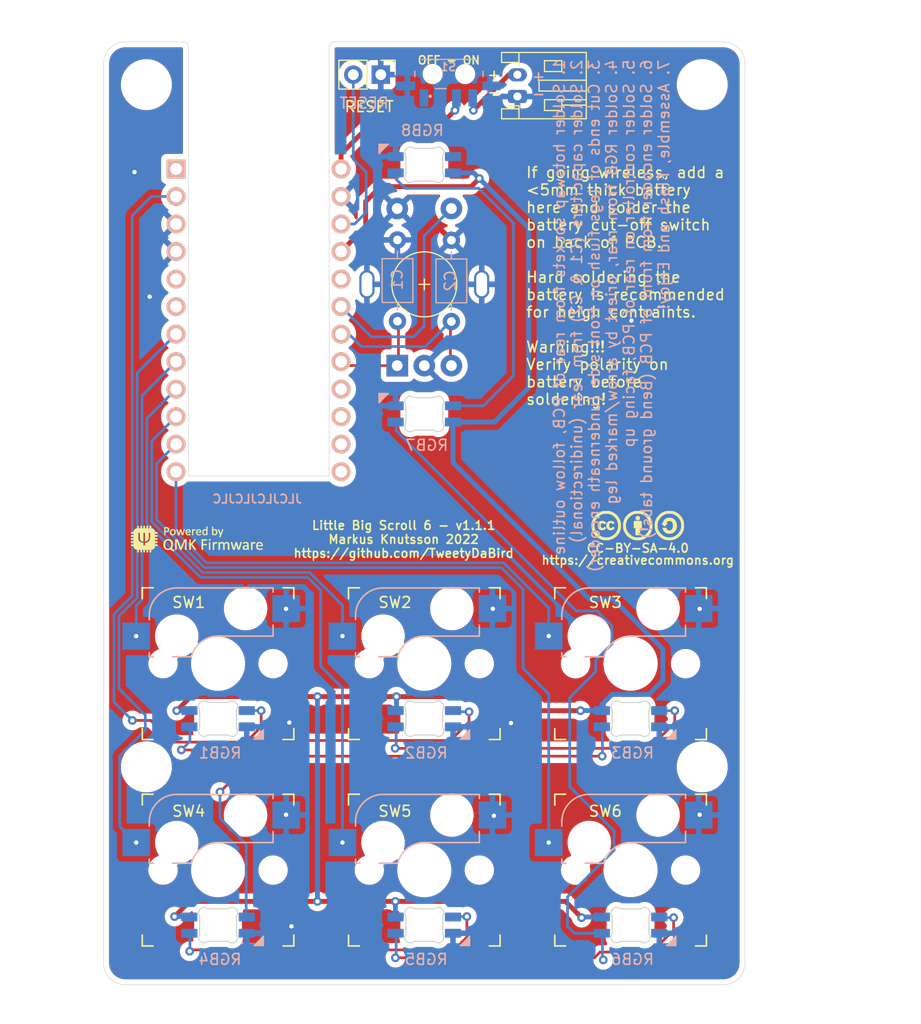
<source format=kicad_pcb>
(kicad_pcb (version 20211014) (generator pcbnew)
  (title_block (title "Little Big Scroll 6 - PCB") (date "2022-09-16") (rev "v1.1.1") (company "Tweety's Wild Thinking") (comment 1 "Markus Knutsson <markus.knutsson@tweety.se>") (comment 2 "https://github.com/TweetyDaBird") (comment 3 "Licensed under Creative Commons BY-SA 4.0 International "))
  (layers (0 "F.Cu" signal) (31 "B.Cu" signal) (34 "B.Paste" user) (35 "F.Paste" user) (36 "B.SilkS" user "B.Silkscreen") (37 "F.SilkS" user "F.Silkscreen") (38 "B.Mask" user) (39 "F.Mask" user) (44 "Edge.Cuts" user))
  (net 0 "")
  (net 1 "EncB")
  (net 2 "GND")
  (net 3 "VCC")
  (net 4 "EncA")
  (net 5 "RGB")
  (net 6 "Key1")
  (net 7 "Key2")
  (net 8 "Key3")
  (net 9 "Key4")
  (net 10 "Key5")
  (net 11 "Key6")
  (net 12 "EncKey")
  (net 21 "BAT+")
  (net 23 "/BAT++")
  (net 24 "Net-(RGB1-Pad2)")
  (net 25 "Net-(RGB2-Pad2)")
  (net 26 "Net-(RGB3-Pad2)")
  (net 27 "Net-(RGB5-Pad2)")
  (net 28 "Net-(RGB6-Pad2)")
  (net 30 "Net-(J1-Pad2)")
  (net 31 "Net-(RGB4-Pad2)")
  (net 32 "Net-(RGB7-Pad2)")
  (footprint "Common Library:ProMicro" (layer "F.Cu") (at 94.96 71.48 -90)
    (fp_text reference "U1" hide)
    (fp_text value "ProMicro" hide)
  )
  (footprint "Keyboard Switches & Encoders:SW_MX_HotSwap" (layer "F.Cu") (at 91.22 103.16)
    (fp_text reference "SW1")
    (fp_text value "SW_MX_HS" hide)
  )
  (footprint "Keyboard Switches & Encoders:SW_MX_HotSwap" (layer "F.Cu") (at 110.27 103.16)
    (fp_text reference "SW2")
    (fp_text value "SW_MX_HS" hide)
  )
  (footprint "Keyboard Switches & Encoders:SW_MX_HotSwap" (layer "F.Cu") (at 129.32 103.16)
    (fp_text reference "SW3")
    (fp_text value "SW_MX_HS" hide)
  )
  (footprint "Keyboard Switches & Encoders:SW_MX_HotSwap" (layer "F.Cu") (at 91.22 122.21)
    (fp_text reference "SW4")
    (fp_text value "SW_MX_HS" hide)
  )
  (footprint "Keyboard Switches & Encoders:SW_MX_HotSwap" (layer "F.Cu") (at 110.27 122.21)
    (fp_text reference "SW5")
    (fp_text value "SW_MX_HS" hide)
  )
  (footprint "Keyboard Switches & Encoders:SW_MX_HotSwap" (layer "F.Cu") (at 129.32 122.21)
    (fp_text reference "SW6")
    (fp_text value "SW_MX_HS" hide)
  )
  (footprint "Keyboard Encoders:Encoder_Alps_EC11E_Small" (layer "F.Cu") (at 110.27 68.16 90)
    (fp_text reference "ENC1" hide)
    (fp_text value "Rotary_Encoder_Click" hide)
  )
  (footprint "Keyboard Switches & Encoders:RGB_SK6812MINI-E" (layer "F.Cu") (at 91.22 103.16)
    (fp_text reference "RGB1")
    (fp_text value "SK6812MINI-E")
    (fp_line (start 1.699999 4.377157) (end 1.699999 5.782841) (layer "Edge.Cuts") (width 0.1))
    (fp_line (start -1.699999 5.782841) (end -1.699999 4.377157) (layer "Edge.Cuts") (width 0.1))
    (fp_line (start 0.794452 6.579999) (end -0.794452 6.579999) (layer "Edge.Cuts") (width 0.1))
    (fp_line (start -0.794452 3.58) (end 0.794453 3.58) (layer "Edge.Cuts") (width 0.1))
    (fp_arc (start 1.046711 3.511701) (mid 1.638071 3.575964) (end 1.749484 4.160279) (layer "Edge.Cuts") (width 0.1))
    (fp_arc (start 1.749484 5.999718) (mid 1.638072 6.584034) (end 1.046711 6.648298) (layer "Edge.Cuts") (width 0.1))
    (fp_arc (start -1.749484 4.160279) (mid -1.638071 3.575964) (end -1.046711 3.5117) (layer "Edge.Cuts") (width 0.1))
    (fp_arc (start 1.749484 5.999719) (mid 1.712517 5.89407) (end 1.699999 5.782841) (layer "Edge.Cuts") (width 0.1))
    (fp_arc (start -0.794453 3.579999) (mid -0.925123 3.562622) (end -1.046711 3.5117) (layer "Edge.Cuts") (width 0.1))
    (fp_arc (start -1.046711 6.648296) (mid -1.63807 6.584033) (end -1.749484 5.999719) (layer "Edge.Cuts") (width 0.1))
    (fp_arc (start -1.04671 6.648298) (mid -0.925122 6.597376) (end -0.794452 6.579999) (layer "Edge.Cuts") (width 0.1))
    (fp_arc (start 0.794452 6.579999) (mid 0.925123 6.597376) (end 1.046711 6.648298) (layer "Edge.Cuts") (width 0.1))
    (fp_arc (start -1.749484 4.160279) (mid -1.712527 4.265931) (end -1.699999 4.377157) (layer "Edge.Cuts") (width 0.1))
    (fp_arc (start 1.699999 4.377156) (mid 1.712525 4.26593) (end 1.749484 4.160279) (layer "Edge.Cuts") (width 0.1))
    (fp_arc (start -1.699999 5.782842) (mid -1.712527 5.894067) (end -1.749484 5.999719) (layer "Edge.Cuts") (width 0.1))
    (fp_arc (start 1.046711 3.511701) (mid 0.925123 3.562623) (end 0.794453 3.58) (layer "Edge.Cuts") (width 0.1))
  )
  (footprint "Keyboard Switches & Encoders:RGB_SK6812MINI-E" (layer "F.Cu") (at 110.27 103.16)
    (fp_text reference "RGB2")
    (fp_text value "SK6812MINI-E")
    (fp_line (start 1.699999 4.377157) (end 1.699999 5.782841) (layer "Edge.Cuts") (width 0.1))
    (fp_line (start -1.699999 5.782841) (end -1.699999 4.377157) (layer "Edge.Cuts") (width 0.1))
    (fp_line (start 0.794452 6.579999) (end -0.794452 6.579999) (layer "Edge.Cuts") (width 0.1))
    (fp_line (start -0.794452 3.58) (end 0.794453 3.58) (layer "Edge.Cuts") (width 0.1))
    (fp_arc (start 1.749484 5.999718) (mid 1.638072 6.584034) (end 1.046711 6.648298) (layer "Edge.Cuts") (width 0.1))
    (fp_arc (start 1.749484 5.999719) (mid 1.712517 5.89407) (end 1.699999 5.782841) (layer "Edge.Cuts") (width 0.1))
    (fp_arc (start 1.699999 4.377156) (mid 1.712525 4.26593) (end 1.749484 4.160279) (layer "Edge.Cuts") (width 0.1))
    (fp_arc (start -1.046711 6.648296) (mid -1.63807 6.584033) (end -1.749484 5.999719) (layer "Edge.Cuts") (width 0.1))
    (fp_arc (start -1.749484 4.160279) (mid -1.638071 3.575964) (end -1.046711 3.5117) (layer "Edge.Cuts") (width 0.1))
    (fp_arc (start 1.046711 3.511701) (mid 0.925123 3.562623) (end 0.794453 3.58) (layer "Edge.Cuts") (width 0.1))
    (fp_arc (start -0.794453 3.579999) (mid -0.925123 3.562622) (end -1.046711 3.5117) (layer "Edge.Cuts") (width 0.1))
    (fp_arc (start 1.046711 3.511701) (mid 1.638071 3.575964) (end 1.749484 4.160279) (layer "Edge.Cuts") (width 0.1))
    (fp_arc (start -1.699999 5.782842) (mid -1.712527 5.894067) (end -1.749484 5.999719) (layer "Edge.Cuts") (width 0.1))
    (fp_arc (start 0.794452 6.579999) (mid 0.925123 6.597376) (end 1.046711 6.648298) (layer "Edge.Cuts") (width 0.1))
    (fp_arc (start -1.749484 4.160279) (mid -1.712527 4.265931) (end -1.699999 4.377157) (layer "Edge.Cuts") (width 0.1))
    (fp_arc (start -1.04671 6.648298) (mid -0.925122 6.597376) (end -0.794452 6.579999) (layer "Edge.Cuts") (width 0.1))
  )
  (footprint "Keyboard Switches & Encoders:RGB_SK6812MINI-E" (layer "F.Cu") (at 129.32 103.16)
    (fp_text reference "RGB3")
    (fp_text value "SK6812MINI-E")
    (fp_line (start -1.699999 5.782841) (end -1.699999 4.377157) (layer "Edge.Cuts") (width 0.1))
    (fp_line (start -0.794452 3.58) (end 0.794453 3.58) (layer "Edge.Cuts") (width 0.1))
    (fp_line (start 1.699999 4.377157) (end 1.699999 5.782841) (layer "Edge.Cuts") (width 0.1))
    (fp_line (start 0.794452 6.579999) (end -0.794452 6.579999) (layer "Edge.Cuts") (width 0.1))
    (fp_arc (start -1.699999 5.782842) (mid -1.712527 5.894067) (end -1.749484 5.999719) (layer "Edge.Cuts") (width 0.1))
    (fp_arc (start 1.749484 5.999718) (mid 1.638072 6.584034) (end 1.046711 6.648298) (layer "Edge.Cuts") (width 0.1))
    (fp_arc (start 1.046711 3.511701) (mid 0.925123 3.562623) (end 0.794453 3.58) (layer "Edge.Cuts") (width 0.1))
    (fp_arc (start -1.046711 6.648296) (mid -1.63807 6.584033) (end -1.749484 5.999719) (layer "Edge.Cuts") (width 0.1))
    (fp_arc (start 1.699999 4.377156) (mid 1.712525 4.26593) (end 1.749484 4.160279) (layer "Edge.Cuts") (width 0.1))
    (fp_arc (start -1.04671 6.648298) (mid -0.925122 6.597376) (end -0.794452 6.579999) (layer "Edge.Cuts") (width 0.1))
    (fp_arc (start -1.749484 4.160279) (mid -1.638071 3.575964) (end -1.046711 3.5117) (layer "Edge.Cuts") (width 0.1))
    (fp_arc (start 0.794452 6.579999) (mid 0.925123 6.597376) (end 1.046711 6.648298) (layer "Edge.Cuts") (width 0.1))
    (fp_arc (start 1.046711 3.511701) (mid 1.638071 3.575964) (end 1.749484 4.160279) (layer "Edge.Cuts") (width 0.1))
    (fp_arc (start -0.794453 3.579999) (mid -0.925123 3.562622) (end -1.046711 3.5117) (layer "Edge.Cuts") (width 0.1))
    (fp_arc (start 1.749484 5.999719) (mid 1.712517 5.89407) (end 1.699999 5.782841) (layer "Edge.Cuts") (width 0.1))
    (fp_arc (start -1.749484 4.160279) (mid -1.712527 4.265931) (end -1.699999 4.377157) (layer "Edge.Cuts") (width 0.1))
  )
  (footprint "Keyboard Switches & Encoders:RGB_SK6812MINI-E" (layer "F.Cu") (at 91.22 122.21)
    (fp_text reference "RGB4")
    (fp_text value "SK6812MINI-E")
    (fp_line (start 1.699999 4.377157) (end 1.699999 5.782841) (layer "Edge.Cuts") (width 0.1))
    (fp_line (start 0.794452 6.579999) (end -0.794452 6.579999) (layer "Edge.Cuts") (width 0.1))
    (fp_line (start -1.699999 5.782841) (end -1.699999 4.377157) (layer "Edge.Cuts") (width 0.1))
    (fp_line (start -0.794452 3.58) (end 0.794453 3.58) (layer "Edge.Cuts") (width 0.1))
    (fp_arc (start -1.046711 6.648296) (mid -1.63807 6.584033) (end -1.749484 5.999719) (layer "Edge.Cuts") (width 0.1))
    (fp_arc (start 1.749484 5.999719) (mid 1.712517 5.89407) (end 1.699999 5.782841) (layer "Edge.Cuts") (width 0.1))
    (fp_arc (start -1.749484 4.160279) (mid -1.638071 3.575964) (end -1.046711 3.5117) (layer "Edge.Cuts") (width 0.1))
    (fp_arc (start 1.046711 3.511701) (mid 0.925123 3.562623) (end 0.794453 3.58) (layer "Edge.Cuts") (width 0.1))
    (fp_arc (start 0.794452 6.579999) (mid 0.925123 6.597376) (end 1.046711 6.648298) (layer "Edge.Cuts") (width 0.1))
    (fp_arc (start 1.046711 3.511701) (mid 1.638071 3.575964) (end 1.749484 4.160279) (layer "Edge.Cuts") (width 0.1))
    (fp_arc (start -0.794453 3.579999) (mid -0.925123 3.562622) (end -1.046711 3.5117) (layer "Edge.Cuts") (width 0.1))
    (fp_arc (start 1.699999 4.377156) (mid 1.712525 4.26593) (end 1.749484 4.160279) (layer "Edge.Cuts") (width 0.1))
    (fp_arc (start -1.699999 5.782842) (mid -1.712527 5.894067) (end -1.749484 5.999719) (layer "Edge.Cuts") (width 0.1))
    (fp_arc (start 1.749484 5.999718) (mid 1.638072 6.584034) (end 1.046711 6.648298) (layer "Edge.Cuts") (width 0.1))
    (fp_arc (start -1.04671 6.648298) (mid -0.925122 6.597376) (end -0.794452 6.579999) (layer "Edge.Cuts") (width 0.1))
    (fp_arc (start -1.749484 4.160279) (mid -1.712527 4.265931) (end -1.699999 4.377157) (layer "Edge.Cuts") (width 0.1))
  )
  (footprint "Keyboard Switches & Encoders:RGB_SK6812MINI-E" (layer "F.Cu") (at 110.27 122.21)
    (fp_text reference "RGB5")
    (fp_text value "SK6812MINI-E")
    (fp_line (start 0.794452 6.579999) (end -0.794452 6.579999) (layer "Edge.Cuts") (width 0.1))
    (fp_line (start -1.699999 5.782841) (end -1.699999 4.377157) (layer "Edge.Cuts") (width 0.1))
    (fp_line (start 1.699999 4.377157) (end 1.699999 5.782841) (layer "Edge.Cuts") (width 0.1))
    (fp_line (start -0.794452 3.58) (end 0.794453 3.58) (layer "Edge.Cuts") (width 0.1))
    (fp_arc (start 0.794452 6.579999) (mid 0.925123 6.597376) (end 1.046711 6.648298) (layer "Edge.Cuts") (width 0.1))
    (fp_arc (start -0.794453 3.579999) (mid -0.925123 3.562622) (end -1.046711 3.5117) (layer "Edge.Cuts") (width 0.1))
    (fp_arc (start 1.699999 4.377156) (mid 1.712525 4.26593) (end 1.749484 4.160279) (layer "Edge.Cuts") (width 0.1))
    (fp_arc (start -1.749484 4.160279) (mid -1.638071 3.575964) (end -1.046711 3.5117) (layer "Edge.Cuts") (width 0.1))
    (fp_arc (start 1.046711 3.511701) (mid 0.925123 3.562623) (end 0.794453 3.58) (layer "Edge.Cuts") (width 0.1))
    (fp_arc (start -1.699999 5.782842) (mid -1.712527 5.894067) (end -1.749484 5.999719) (layer "Edge.Cuts") (width 0.1))
    (fp_arc (start -1.749484 4.160279) (mid -1.712527 4.265931) (end -1.699999 4.377157) (layer "Edge.Cuts") (width 0.1))
    (fp_arc (start -1.04671 6.648298) (mid -0.925122 6.597376) (end -0.794452 6.579999) (layer "Edge.Cuts") (width 0.1))
    (fp_arc (start -1.046711 6.648296) (mid -1.63807 6.584033) (end -1.749484 5.999719) (layer "Edge.Cuts") (width 0.1))
    (fp_arc (start 1.749484 5.999718) (mid 1.638072 6.584034) (end 1.046711 6.648298) (layer "Edge.Cuts") (width 0.1))
    (fp_arc (start 1.749484 5.999719) (mid 1.712517 5.89407) (end 1.699999 5.782841) (layer "Edge.Cuts") (width 0.1))
    (fp_arc (start 1.046711 3.511701) (mid 1.638071 3.575964) (end 1.749484 4.160279) (layer "Edge.Cuts") (width 0.1))
  )
  (footprint "Keyboard Switches & Encoders:RGB_SK6812MINI-E" (layer "F.Cu") (at 129.32 122.21)
    (fp_text reference "RGB6")
    (fp_text value "SK6812MINI-E")
    (fp_line (start -1.699999 5.782841) (end -1.699999 4.377157) (layer "Edge.Cuts") (width 0.1))
    (fp_line (start 1.699999 4.377157) (end 1.699999 5.782841) (layer "Edge.Cuts") (width 0.1))
    (fp_line (start -0.794452 3.58) (end 0.794453 3.58) (layer "Edge.Cuts") (width 0.1))
    (fp_line (start 0.794452 6.579999) (end -0.794452 6.579999) (layer "Edge.Cuts") (width 0.1))
    (fp_arc (start -1.749484 4.160279) (mid -1.712527 4.265931) (end -1.699999 4.377157) (layer "Edge.Cuts") (width 0.1))
    (fp_arc (start 1.046711 3.511701) (mid 0.925123 3.562623) (end 0.794453 3.58) (layer "Edge.Cuts") (width 0.1))
    (fp_arc (start -0.794453 3.579999) (mid -0.925123 3.562622) (end -1.046711 3.5117) (layer "Edge.Cuts") (width 0.1))
    (fp_arc (start -1.04671 6.648298) (mid -0.925122 6.597376) (end -0.794452 6.579999) (layer "Edge.Cuts") (width 0.1))
    (fp_arc (start 1.046711 3.511701) (mid 1.638071 3.575964) (end 1.749484 4.160279) (layer "Edge.Cuts") (width 0.1))
    (fp_arc (start -1.699999 5.782842) (mid -1.712527 5.894067) (end -1.749484 5.999719) (layer "Edge.Cuts") (width 0.1))
    (fp_arc (start -1.749484 4.160279) (mid -1.638071 3.575964) (end -1.046711 3.5117) (layer "Edge.Cuts") (width 0.1))
    (fp_arc (start 1.749484 5.999719) (mid 1.712517 5.89407) (end 1.699999 5.782841) (layer "Edge.Cuts") (width 0.1))
    (fp_arc (start 1.699999 4.377156) (mid 1.712525 4.26593) (end 1.749484 4.160279) (layer "Edge.Cuts") (width 0.1))
    (fp_arc (start 0.794452 6.579999) (mid 0.925123 6.597376) (end 1.046711 6.648298) (layer "Edge.Cuts") (width 0.1))
    (fp_arc (start 1.749484 5.999718) (mid 1.638072 6.584034) (end 1.046711 6.648298) (layer "Edge.Cuts") (width 0.1))
    (fp_arc (start -1.046711 6.648296) (mid -1.63807 6.584033) (end -1.749484 5.999719) (layer "Edge.Cuts") (width 0.1))
  )
  (footprint "Keyboard Switches & Encoders:RGB_SK6812MINI-E" (layer "F.Cu") (at 110.27 62.2 180)
    (fp_text reference "RGB8")
    (fp_text value "SK6812MINI-E")
    (fp_line (start 1.699999 4.377157) (end 1.699999 5.782841) (layer "Edge.Cuts") (width 0.1))
    (fp_line (start -0.794452 3.58) (end 0.794453 3.58) (layer "Edge.Cuts") (width 0.1))
    (fp_line (start 0.794452 6.579999) (end -0.794452 6.579999) (layer "Edge.Cuts") (width 0.1))
    (fp_line (start -1.699999 5.782841) (end -1.699999 4.377157) (layer "Edge.Cuts") (width 0.1))
    (fp_arc (start 0.794452 6.579999) (mid 0.925123 6.597376) (end 1.046711 6.648298) (layer "Edge.Cuts") (width 0.1))
    (fp_arc (start 1.749484 5.999719) (mid 1.712517 5.89407) (end 1.699999 5.782841) (layer "Edge.Cuts") (width 0.1))
    (fp_arc (start 1.699999 4.377156) (mid 1.712525 4.26593) (end 1.749484 4.160279) (layer "Edge.Cuts") (width 0.1))
    (fp_arc (start 1.749484 5.999718) (mid 1.638072 6.584034) (end 1.046711 6.648298) (layer "Edge.Cuts") (width 0.1))
    (fp_arc (start -0.794453 3.579999) (mid -0.925123 3.562622) (end -1.046711 3.5117) (layer "Edge.Cuts") (width 0.1))
    (fp_arc (start -1.699999 5.782842) (mid -1.712527 5.894067) (end -1.749484 5.999719) (layer "Edge.Cuts") (width 0.1))
    (fp_arc (start 1.046711 3.511701) (mid 1.638071 3.575964) (end 1.749484 4.160279) (layer "Edge.Cuts") (width 0.1))
    (fp_arc (start -1.749484 4.160279) (mid -1.638071 3.575964) (end -1.046711 3.5117) (layer "Edge.Cuts") (width 0.1))
    (fp_arc (start 1.046711 3.511701) (mid 0.925123 3.562623) (end 0.794453 3.58) (layer "Edge.Cuts") (width 0.1))
    (fp_arc (start -1.04671 6.648298) (mid -0.925122 6.597376) (end -0.794452 6.579999) (layer "Edge.Cuts") (width 0.1))
    (fp_arc (start -1.046711 6.648296) (mid -1.63807 6.584033) (end -1.749484 5.999719) (layer "Edge.Cuts") (width 0.1))
    (fp_arc (start -1.749484 4.160279) (mid -1.712527 4.265931) (end -1.699999 4.377157) (layer "Edge.Cuts") (width 0.1))
  )
  (footprint "Keyboard Switches & Encoders:RGB_SK6812MINI-E" (layer "F.Cu") (at 110.27 85.195 180)
    (fp_text reference "RGB7")
    (fp_text value "SK6812MINI-E")
    (fp_line (start -1.699999 5.782841) (end -1.699999 4.377157) (layer "Edge.Cuts") (width 0.1))
    (fp_line (start 0.794452 6.579999) (end -0.794452 6.579999) (layer "Edge.Cuts") (width 0.1))
    (fp_line (start -0.794452 3.58) (end 0.794453 3.58) (layer "Edge.Cuts") (width 0.1))
    (fp_line (start 1.699999 4.377157) (end 1.699999 5.782841) (layer "Edge.Cuts") (width 0.1))
    (fp_arc (start -1.699999 5.782842) (mid -1.712527 5.894067) (end -1.749484 5.999719) (layer "Edge.Cuts") (width 0.1))
    (fp_arc (start -1.046711 6.648296) (mid -1.63807 6.584033) (end -1.749484 5.999719) (layer "Edge.Cuts") (width 0.1))
    (fp_arc (start 1.046711 3.511701) (mid 1.638071 3.575964) (end 1.749484 4.160279) (layer "Edge.Cuts") (width 0.1))
    (fp_arc (start 1.699999 4.377156) (mid 1.712525 4.26593) (end 1.749484 4.160279) (layer "Edge.Cuts") (width 0.1))
    (fp_arc (start -1.749484 4.160279) (mid -1.638071 3.575964) (end -1.046711 3.5117) (layer "Edge.Cuts") (width 0.1))
    (fp_arc (start 1.749484 5.999718) (mid 1.638072 6.584034) (end 1.046711 6.648298) (layer "Edge.Cuts") (width 0.1))
    (fp_arc (start 1.749484 5.999719) (mid 1.712517 5.89407) (end 1.699999 5.782841) (layer "Edge.Cuts") (width 0.1))
    (fp_arc (start 1.046711 3.511701) (mid 0.925123 3.562623) (end 0.794453 3.58) (layer "Edge.Cuts") (width 0.1))
    (fp_arc (start -1.749484 4.160279) (mid -1.712527 4.265931) (end -1.699999 4.377157) (layer "Edge.Cuts") (width 0.1))
    (fp_arc (start 0.794452 6.579999) (mid 0.925123 6.597376) (end 1.046711 6.648298) (layer "Edge.Cuts") (width 0.1))
    (fp_arc (start -0.794453 3.579999) (mid -0.925123 3.562622) (end -1.046711 3.5117) (layer "Edge.Cuts") (width 0.1))
    (fp_arc (start -1.04671 6.648298) (mid -0.925122 6.597376) (end -0.794452 6.579999) (layer "Edge.Cuts") (width 0.1))
  )
  (footprint "Keyboard Common:Spacer PCB hole" (layer "F.Cu") (at 84.6 112.685)
    (fp_text reference "H1" hide)
    (fp_text value "Spacer_PCB" hide)
  )
  (footprint "Keyboard Common:Spacer PCB hole" (layer "F.Cu") (at 135.94 112.685)
    (fp_text reference "H2" hide)
    (fp_text value "Spacer_PCB" hide)
  )
  (footprint "Keyboard Common:Spacer PCB hole" (layer "F.Cu") (at 135.94 49.73)
    (fp_text reference "H3" hide)
    (fp_text value "Spacer_PCB" hide)
  )
  (footprint "Keyboard Common:Spacer PCB hole" (layer "F.Cu") (at 84.6 49.73)
    (fp_text reference "H4" hide)
    (fp_text value "Spacer_PCB" hide)
  )
  (footprint "Connector_PinHeader_2.54mm:PinHeader_1x02_P2.54mm_Vertical" (layer "F.Cu") (at 106.25 48.81 -90)
    (fp_text reference "J1" hide)
    (fp_text value "Conn_01x02")
  )
  (footprint "Connector_JST:JST_PH_S2B-PH-K_1x02_P2.00mm_Horizontal" (layer "F.Cu") (at 118.87 50.82 90)
    (fp_text reference "J2" hide)
    (fp_text value "Conn_01x02")
  )
  (footprint "Logotypes:Powered_by_QMK" (layer "F.Cu") (at 89.29 91.65)
    (fp_text reference "Logo2" hide)
    (fp_text value "QMK_Logo" hide)
  )
  (footprint "Logotypes:CC_BY_SA_40" (layer "F.Cu") (at 130.026958 91.345945)
    (fp_text reference "Logo1" hide)
    (fp_text value "CC-BY-SA-4.0")
  )
  (footprint "Capacitor_THT:C_Axial_L3.8mm_D2.6mm_P7.50mm_Horizontal" (layer "B.Cu") (at 112.77 64.09 -90)
    (fp_text reference "C2")
    (fp_text value "C_Small")
  )
  (footprint "Capacitor_THT:C_Axial_L3.8mm_D2.6mm_P7.50mm_Horizontal" (layer "B.Cu") (at 107.79 71.56 90)
    (fp_text reference "C1")
    (fp_text value "C_Small")
  )
  (footprint "Keyboard Common:MSK12C02" (layer "B.Cu") (at 112.54 48.75)
    (fp_text reference "S1")
    (fp_text value "MSK12C02" hide)
  )
  (gr_arc (start 80.65 47.780399) (mid 81.235903 46.365903) (end 82.650399 45.78) (layer "Edge.Cuts") (width 0.05))
  (gr_arc (start 82.650399 132.790399) (mid 81.235903 132.204496) (end 80.65 130.79) (layer "Edge.Cuts") (width 0.05))
  (gr_arc (start 137.89 45.78) (mid 139.304496 46.365903) (end 139.890399 47.780399) (layer "Edge.Cuts") (width 0.05))
  (gr_line (start 101.485 85.85) (end 101.485 46.28) (layer "Edge.Cuts") (width 0.05))
  (gr_line (start 139.890399 47.780399) (end 139.89 130.789601) (layer "Edge.Cuts") (width 0.05))
  (gr_line (start 101.985 45.78) (end 137.89 45.78) (layer "Edge.Cuts") (width 0.05))
  (gr_line (start 80.65 130.79) (end 80.65 47.800399) (layer "Edge.Cuts") (width 0.05))
  (gr_arc (start 139.89 130.789601) (mid 139.304097 132.204097) (end 137.889601 132.79) (layer "Edge.Cuts") (width 0.05))
  (gr_arc (start 87.985 45.78) (mid 88.338553 45.926447) (end 88.485 46.28) (layer "Edge.Cuts") (width 0.05))
  (gr_arc (start 101.485 46.28) (mid 101.631447 45.926447) (end 101.985 45.78) (layer "Edge.Cuts") (width 0.05))
  (gr_line (start 88.485 46.28) (end 88.485 85.85) (layer "Edge.Cuts") (width 0.05))
  (gr_line (start 88.485 85.85) (end 101.485 85.85) (layer "Edge.Cuts") (width 0.05))
  (gr_line (start 82.650399 45.78) (end 87.985 45.78) (layer "Edge.Cuts") (width 0.05))
  (gr_line (start 137.889601 132.79) (end 82.650399 132.790399) (layer "Edge.Cuts") (width 0.05))
  (gr_text "RESET" (at 104.71 51.44) (layer "B.SilkS") (effects (font (size 1 1)) (justify mirror)))
  (gr_text "+\n-" (at 120.82 49.77) (layer "B.SilkS") (effects (font (size 1 1)) (justify mirror)))
  (gr_text "1. Solder hotswap sockets from rear of PCB, follow outline\n2. Solder capacitors (C1 & C2) from rear (unidirectional)\n3. Cut ends of legs flush on front side (underneath encoder)\n4. Solder RGB from rear, orient by arrow/marked leg \n5. Solder controller on rear of PCB, facing up\n6. Solder encoder from front of PCB (Bend ground tabs!)\n7. Assemble, Flash and Enjoy!" (at 127.57 47.33 90) (layer "B.SilkS") (effects (font (size 1 1)) (justify left mirror)))
  (gr_text "JLCJLCJLCJLC" (at 94.83 87.96) (layer "B.SilkS") (effects (font (size 0.8 0.8)) (justify mirror)))
  (gr_text "If going wireless, add a \n<5mm thick battery\nhere and solder the \nbattery cut-off switch\non back of PCB. \n\nHard soldering the\nbattery is recommended\nfor heigh contraints.\n\nWarning!!!\nVerify polarity on \nbattery before \nsoldering!" (at 119.59 68.3) (layer "F.SilkS") (effects (font (size 1 1)) (justify left)))
  (gr_text "RESET" (at 105.18 51.76) (layer "F.SilkS") (effects (font (size 1 1))))
  (gr_text "Little Big Scroll 6 - v1.1.1\nMarkus Knutsson 2022\nhttps://github.com/TweetyDaBird" (at 108.361388 91.69) (layer "F.SilkS") (effects (font (size 0.8 0.8))))
  (gr_text "+\n-" (at 116.72 49.61) (layer "F.SilkS") (effects (font (size 1 1))))
  (segment (start 112.68 75.57) (end 112.77 75.66) (width 0.25) (layer "F.Cu") (net 1))
  (segment (start 112.77 71.59) (end 112.68 71.68) (width 0.25) (layer "F.Cu") (net 1))
  (segment (start 112.68 71.68) (end 112.68 75.57) (width 0.25) (layer "F.Cu") (net 1))
  (segment (start 112.77 71.59) (end 112.68 71.59) (width 0.25) (layer "B.Cu") (net 1))
  (segment (start 103.31 72.75) (end 102.58 72.75) (width 0.25) (layer "B.Cu") (net 1))
  (segment (start 104.46 73.9) (end 103.31 72.75) (width 0.25) (layer "B.Cu") (net 1))
  (segment (start 112.68 71.59) (end 110.37 73.9) (width 0.25) (layer "B.Cu") (net 1))
  (segment (start 110.37 73.9) (end 104.46 73.9) (width 0.25) (layer "B.Cu") (net 1))
  (via (at 98 127.4) (size 0.8) (drill 0.4) (layers "F.Cu" "B.Cu") (net 2))
  (via (at 118.2755 108.643082) (size 0.8) (drill 0.4) (layers "F.Cu" "B.Cu") (net 2))
  (via (at 129.4 71.5) (size 0.8) (drill 0.4) (layers "F.Cu" "B.Cu") (net 2))
  (via (at 84.9 69.3) (size 0.8) (drill 0.4) (layers "F.Cu" "B.Cu") (net 2))
  (via (at 116.6 98.1) (size 0.8) (drill 0.4) (layers "F.Cu" "B.Cu") (net 2))
  (via (at 97.5 117.1) (size 0.8) (drill 0.4) (layers "F.Cu" "B.Cu") (net 2))
  (via (at 116.7 117.2) (size 0.8) (drill 0.4) (layers "F.Cu" "B.Cu") (net 2))
  (via (at 135.7 98.1) (size 0.8) (drill 0.4) (layers "F.Cu" "B.Cu") (net 2))
  (via (at 97.5 98.1) (size 0.8) (drill 0.4) (layers "F.Cu" "B.Cu") (net 2))
  (via (at 97.8 108.6) (size 0.8) (drill 0.4) (layers "F.Cu" "B.Cu") (net 2))
  (via (at 135.7 117.1) (size 0.8) (drill 0.4) (layers "F.Cu" "B.Cu") (net 2))
  (via (at 83.5 57.8) (size 0.8) (drill 0.4) (layers "F.Cu" "B.Cu") (net 2))
  (segment (start 100.4 125.1) (end 107.6 125.1) (width 0.45) (layer "F.Cu") (net 3))
  (segment (start 88.7 106.2) (end 100.4 106.2) (width 0.45) (layer "F.Cu") (net 3))
  (segment (start 104.85 62.86) (end 104.85 60.52) (width 0.45) (layer "F.Cu") (net 3))
  (segment (start 123.3 125.1) (end 124.8 126.6) (width 0.45) (layer "F.Cu") (net 3))
  (segment (start 114.6 59.14) (end 115.35 58.39) (width 0.45) (layer "F.Cu") (net 3))
  (segment (start 87.4 107.5) (end 88.7 106.2) (width 0.45) (layer "F.Cu") (net 3))
  (segment (start 124.7 107.5) (end 121 107.5) (width 0.45) (layer "F.Cu") (net 3))
  (segment (start 104.85 60.52) (end 106.23 59.14) (width 0.45) (layer "F.Cu") (net 3))
  (segment (start 107.7 106.2) (end 100.4 106.2) (width 0.45) (layer "F.Cu") (net 3))
  (segment (start 119.7 106.2) (end 107.7 106.2) (width 0.45) (layer "F.Cu") (net 3))
  (segment (start 106.23 59.14) (end 114.6 59.14) (width 0.45) (layer "F.Cu") (net 3))
  (segment (start 121 107.5) (end 119.7 106.2) (width 0.45) (layer "F.Cu") (net 3))
  (segment (start 102.58 65.13) (end 104.85 62.86) (width 0.45) (layer "F.Cu") (net 3))
  (segment (start 88.6 125.1) (end 87.2 126.5) (width 0.45) (layer "F.Cu") (net 3))
  (segment (start 107.6 125.1) (end 123.3 125.1) (width 0.45) (layer "F.Cu") (net 3))
  (segment (start 100.4 125.1) (end 88.6 125.1) (width 0.45) (layer "F.Cu") (net 3))
  (via (at 100.4 106.2) (size 0.8) (drill 0.4) (layers "F.Cu" "B.Cu") (net 3))
  (via (at 107.7 106.2) (size 0.8) (drill 0.4) (layers "F.Cu" "B.Cu") (net 3))
  (via (at 107.6 125.1) (size 0.8) (drill 0.4) (layers "F.Cu" "B.Cu") (net 3))
  (via (at 124.7 107.5) (size 0.8) (drill 0.4) (layers "F.Cu" "B.Cu") (net 3))
  (via (at 87.4 107.5) (size 0.8) (drill 0.4) (layers "F.Cu" "B.Cu") (net 3))
  (via (at 87.2 126.5) (size 0.8) (drill 0.4) (layers "F.Cu" "B.Cu") (net 3))
  (via (at 100.4 125.1) (size 0.8) (drill 0.4) (layers "F.Cu" "B.Cu") (net 3))
  (via (at 115.35 58.39) (size 0.8) (drill 0.4) (layers "F.Cu" "B.Cu") (net 3))
  (via (at 124.8 126.6) (size 0.8) (drill 0.4) (layers "F.Cu" "B.Cu") (net 3))
  (segment (start 114.830001 57.870001) (end 115.35 58.39) (width 0.45) (layer "B.Cu") (net 3))
  (segment (start 124.710001 107.489999) (end 124.7 107.5) (width 0.45) (layer "B.Cu") (net 3))
  (segment (start 132.3 104.7) (end 131 106) (width 0.45) (layer "B.Cu") (net 3))
  (segment (start 112.87 57.870001) (end 114.830001 57.870001) (width 0.45) (layer "B.Cu") (net 3))
  (segment (start 107.7 107.459999) (end 107.67 107.489999) (width 0.45) (layer "B.Cu") (net 3))
  (segment (start 107.6 126.469999) (end 107.67 126.539999) (width 0.45) (layer "B.Cu") (net 3))
  (segment (start 124.860001 126.539999) (end 124.8 126.6) (width 0.45) (layer "B.Cu") (net 3))
  (segment (start 127.6 106) (end 126.67 106.93) (width 0.45) (layer "B.Cu") (net 3))
  (segment (start 125.5181 97.2) (end 127.7 97.2) (width 0.45) (layer "B.Cu") (net 3))
  (segment (start 126.67 106.93) (end 126.67 107.489999) (width 0.45) (layer "B.Cu") (net 3))
  (segment (start 87.410001 107.489999) (end 87.4 107.5) (width 0.45) (layer "B.Cu") (net 3))
  (segment (start 87.2 126.5) (end 88.580001 126.5) (width 0.45) (layer "B.Cu") (net 3))
  (segment (start 107.7 106.2) (end 107.7 107.459999) (width 0.45) (layer "B.Cu") (net 3))
  (segment (start 132.3 101.8) (end 132.3 104.7) (width 0.45) (layer "B.Cu") (net 3))
  (segment (start 126.72 126.539999) (end 124.860001 126.539999) (width 0.45) (layer "B.Cu") (net 3))
  (segment (start 119.9 62.94) (end 115.35 58.39) (width 0.45) (layer "B.Cu") (net 3))
  (segment (start 112.92 84.6019) (end 125.5181 97.2) (width 0.45) (layer "B.Cu") (net 3))
  (segment (start 131 106) (end 127.6 106) (width 0.45) (layer "B.Cu") (net 3))
  (segment (start 100.4 125.1) (end 100.4 106.2) (width 0.45) (layer "B.Cu") (net 3))
  (segment (start 126.72 107.489999) (end 124.710001 107.489999) (width 0.45) (layer "B.Cu") (net 3))
  (segment (start 112.92 80.865001) (end 116.734999 80.865001) (width 0.45) (layer "B.Cu") (net 3))
  (segment (start 119.9 77.7) (end 119.9 62.94) (width 0.45) (layer "B.Cu") (net 3))
  (segment (start 116.734999 80.865001) (end 119.9 77.7) (width 0.45) (layer "B.Cu") (net 3))
  (segment (start 112.92 80.865001) (end 112.92 84.6019) (width 0.45) (layer "B.Cu") (net 3))
  (segment (start 107.6 125.1) (end 107.6 126.469999) (width 0.45) (layer "B.Cu") (net 3))
  (segment (start 88.62 107.489999) (end 87.410001 107.489999) (width 0.45) (layer "B.Cu") (net 3))
  (segment (start 127.7 97.2) (end 132.3 101.8) (width 0.45) (layer "B.Cu") (net 3))
  (segment (start 107.79 71.56) (end 107.88 71.65) (width 0.25) (layer "F.Cu") (net 4))
  (segment (start 107.88 71.65) (end 107.88 75.55) (width 0.25) (layer "F.Cu") (net 4))
  (segment (start 105.57 75.65) (end 102.94 75.65) (width 0.25) (layer "F.Cu") (net 4))
  (segment (start 102.94 75.65) (end 102.58 75.29) (width 0.25) (layer "F.Cu") (net 4))
  (segment (start 107.77 75.66) (end 105.58 75.66) (width 0.25) (layer "F.Cu") (net 4))
  (segment (start 107.88 75.55) (end 107.77 75.66) (width 0.25) (layer "F.Cu") (net 4))
  (segment (start 105.58 75.66) (end 105.57 75.65) (width 0.25) (layer "F.Cu") (net 4))
  (segment (start 95.2 107.5) (end 95.2 109) (width 0.25) (layer "F.Cu") (net 5))
  (segment (start 93.8 110.4) (end 87 110.4) (width 0.25) (layer "F.Cu") (net 5))
  (segment (start 85 108.4) (end 83.3 108.4) (width 0.25) (layer "F.Cu") (net 5))
  (segment (start 95.2 109) (end 93.8 110.4) (width 0.25) (layer "F.Cu") (net 5))
  (segment (start 87 110.4) (end 85 108.4) (width 0.25) (layer "F.Cu") (net 5))
  (via (at 83.3 108.4) (size 0.8) (drill 0.4) (layers "F.Cu" "B.Cu") (net 5))
  (via (at 95.2 107.5) (size 0.8) (drill 0.4) (layers "F.Cu" "B.Cu") (net 5))
  (segment (start 83.3 61.8102) (end 85.0602 60.05) (width 0.25) (layer "B.Cu") (net 5))
  (segment (start 93.82 107.489999) (end 95.189999 107.489999) (width 0.25) (layer "B.Cu") (net 5))
  (segment (start 83.3 96.9) (end 83.3 61.8102) (width 0.25) (layer "B.Cu") (net 5))
  (segment (start 81.610978 106.710978) (end 81.610978 98.589022) (width 0.25) (layer "B.Cu") (net 5))
  (segment (start 81.610978 98.589022) (end 83.3 96.9) (width 0.25) (layer "B.Cu") (net 5))
  (segment (start 85.0602 60.05) (end 87.34 60.05) (width 0.25) (layer "B.Cu") (net 5))
  (segment (start 83.3 108.4) (end 81.610978 106.710978) (width 0.25) (layer "B.Cu") (net 5))
  (segment (start 95.189999 107.489999) (end 95.2 107.5) (width 0.25) (layer "B.Cu") (net 5))
  (via (at 83.66 100.62) (size 0.8) (drill 0.4) (layers "F.Cu" "B.Cu") (net 6))
  (segment (start 84.199021 78.430979) (end 87.34 75.29) (width 0.25) (layer "B.Cu") (net 6))
  (segment (start 83.66 100.62) (end 83.66 97.811408) (width 0.25) (layer "B.Cu") (net 6))
  (segment (start 83.66 97.811408) (end 84.199021 97.272387) (width 0.25) (layer "B.Cu") (net 6))
  (segment (start 84.199021 97.272387) (end 84.199021 78.430979) (width 0.25) (layer "B.Cu") (net 6))
  (via (at 102.71 100.62) (size 0.8) (drill 0.4) (layers "F.Cu" "B.Cu") (net 7))
  (segment (start 89.779081 94.750489) (end 85.098043 90.069451) (width 0.25) (layer "B.Cu") (net 7))
  (segment (start 85.098043 82.611957) (end 87.34 80.37) (width 0.25) (layer "B.Cu") (net 7))
  (segment (start 99.686193 94.750489) (end 89.779081 94.750489) (width 0.25) (layer "B.Cu") (net 7))
  (segment (start 102.71 100.62) (end 102.71 97.774296) (width 0.25) (layer "B.Cu") (net 7))
  (segment (start 102.71 97.774296) (end 99.686193 94.750489) (width 0.25) (layer "B.Cu") (net 7))
  (segment (start 85.098043 90.069451) (end 85.098043 82.611957) (width 0.25) (layer "B.Cu") (net 7))
  (via (at 121.76 100.62) (size 0.8) (drill 0.4) (layers "F.Cu" "B.Cu") (net 8))
  (segment (start 121.76 98.024296) (end 121.76 100.62) (width 0.25) (layer "B.Cu") (net 8))
  (segment (start 117.587172 93.851468) (end 121.76 98.024296) (width 0.25) (layer "B.Cu") (net 8))
  (segment (start 87.34 91.04) (end 90.151468 93.851468) (width 0.25) (layer "B.Cu") (net 8))
  (segment (start 90.151468 93.851468) (end 117.587172 93.851468) (width 0.25) (layer "B.Cu") (net 8))
  (segment (start 87.34 85.45) (end 87.34 91.04) (width 0.25) (layer "B.Cu") (net 8))
  (via (at 83.66 119.67) (size 0.8) (drill 0.4) (layers "F.Cu" "B.Cu") (net 9))
  (segment (start 84.5 109.3) (end 82.135 111.665) (width 0.25) (layer "B.Cu") (net 9))
  (segment (start 83.635 119.67) (end 83.66 119.67) (width 0.25) (layer "B.Cu") (net 9))
  (segment (start 82.135 118.17) (end 83.635 119.67) (width 0.25) (layer "B.Cu") (net 9))
  (segment (start 84.5 107.9) (end 84.5 109.3) (width 0.25) (layer "B.Cu") (net 9))
  (segment (start 82.060489 105.460489) (end 84.5 107.9) (width 0.25) (layer "B.Cu") (net 9))
  (segment (start 83.74951 76.34049) (end 83.74951 97.086194) (width 0.25) (layer "B.Cu") (net 9))
  (segment (start 82.060489 98.775215) (end 82.060489 105.460489) (width 0.25) (layer "B.Cu") (net 9))
  (segment (start 87.34 72.75) (end 83.74951 76.34049) (width 0.25) (layer "B.Cu") (net 9))
  (segment (start 82.135 111.665) (end 82.135 118.17) (width 0.25) (layer "B.Cu") (net 9))
  (segment (start 83.74951 97.086194) (end 82.060489 98.775215) (width 0.25) (layer "B.Cu") (net 9))
  (via (at 102.71 119.67) (size 0.8) (drill 0.4) (layers "F.Cu" "B.Cu") (net 10))
  (segment (start 100.7 96.4) (end 100.7 103.4) (width 0.25) (layer "B.Cu") (net 10))
  (segment (start 102.71 105.41) (end 102.71 119.67) (width 0.25) (layer "B.Cu") (net 10))
  (segment (start 99.5 95.2) (end 100.7 96.4) (width 0.25) (layer "B.Cu") (net 10))
  (segment (start 84.648532 80.521468) (end 84.648532 90.255644) (width 0.25) (layer "B.Cu") (net 10))
  (segment (start 84.648532 90.255644) (end 89.592888 95.2) (width 0.25) (layer "B.Cu") (net 10))
  (segment (start 100.7 103.4) (end 102.71 105.41) (width 0.25) (layer "B.Cu") (net 10))
  (segment (start 89.592888 95.2) (end 99.5 95.2) (width 0.25) (layer "B.Cu") (net 10))
  (segment (start 87.34 77.83) (end 84.648532 80.521468) (width 0.25) (layer "B.Cu") (net 10))
  (via (at 121.76 119.67) (size 0.8) (drill 0.4) (layers "F.Cu" "B.Cu") (net 11))
  (segment (start 117.400978 94.300978) (end 119.4 96.3) (width 0.25) (layer "B.Cu") (net 11))
  (segment (start 119.4 103.6) (end 121.76 105.96) (width 0.25) (layer "B.Cu") (net 11))
  (segment (start 85.547554 89.883258) (end 89.965274 94.300978) (width 0.25) (layer "B.Cu") (net 11))
  (segment (start 121.76 105.96) (end 121.76 119.67) (width 0.25) (layer "B.Cu") (net 11))
  (segment (start 87.34 82.91) (end 85.547554 84.702446) (width 0.25) (layer "B.Cu") (net 11))
  (segment (start 119.4 96.3) (end 119.4 103.6) (width 0.25) (layer "B.Cu") (net 11))
  (segment (start 89.965274 94.300978) (end 117.400978 94.300978) (width 0.25) (layer "B.Cu") (net 11))
  (segment (start 85.547554 84.702446) (end 85.547554 89.883258) (width 0.25) (layer "B.Cu") (net 11))
  (segment (start 110.25 63.68) (end 112.77 61.16) (width 0.25) (layer "B.Cu") (net 12))
  (segment (start 109.29 73) (end 110.25 72.04) (width 0.25) (layer "B.Cu") (net 12))
  (segment (start 102.58 70.21) (end 105.37 73) (width 0.25) (layer "B.Cu") (net 12))
  (segment (start 110.25 72.04) (end 110.25 63.68) (width 0.25) (layer "B.Cu") (net 12))
  (segment (start 105.37 73) (end 109.29 73) (width 0.25) (layer "B.Cu") (net 12))
  (segment (start 111.9 53.3) (end 105.4 53.3) (width 0.45) (layer "F.Cu") (net 21))
  (segment (start 102.58 56.12) (end 102.58 57.51) (width 0.45) (layer "F.Cu") (net 21))
  (segment (start 113.1 52.1) (end 111.9 53.3) (width 0.45) (layer "F.Cu") (net 21))
  (segment (start 105.4 53.3) (end 102.58 56.12) (width 0.45) (layer "F.Cu") (net 21))
  (via (at 113.1 52.1) (size 0.8) (drill 0.4) (layers "F.Cu" "B.Cu") (net 21))
  (segment (start 113.29 51.91) (end 113.1 52.1) (width 0.45) (layer "B.Cu") (net 21))
  (segment (start 113.29 50.6) (end 113.29 51.91) (width 0.45) (layer "B.Cu") (net 21))
  (segment (start 114.8 52.1) (end 118.08 48.82) (width 0.45) (layer "F.Cu") (net 23))
  (segment (start 118.08 48.82) (end 118.87 48.82) (width 0.45) (layer "F.Cu") (net 23))
  (via (at 114.8 52.1) (size 0.8) (drill 0.4) (layers "F.Cu" "B.Cu") (net 23))
  (segment (start 114.79 50.6) (end 114.79 52.09) (width 0.45) (layer "B.Cu") (net 23))
  (segment (start 114.79 52.09) (end 114.8 52.1) (width 0.45) (layer "B.Cu") (net 23))
  (segment (start 94.984705 110.250999) (end 94.111204 111.1245) (width 0.25) (layer "F.Cu") (net 24))
  (segment (start 94.111204 111.1245) (end 87.830315 111.1245) (width 0.25) (layer "F.Cu") (net 24))
  (segment (start 114.4 107.6) (end 114.4 108.53) (width 0.25) (layer "F.Cu") (net 24))
  (segment (start 112.679001 110.250999) (end 94.984705 110.250999) (width 0.25) (layer "F.Cu") (net 24))
  (segment (start 114.4 108.53) (end 112.679001 110.250999) (width 0.25) (layer "F.Cu") (net 24))
  (via (at 114.4 107.6) (size 0.8) (drill 0.4) (layers "F.Cu" "B.Cu") (net 24))
  (via (at 87.830315 111.1245) (size 0.8) (drill 0.4) (layers "F.Cu" "B.Cu") (net 24))
  (segment (start 114.4 107.6) (end 112.980001 107.6) (width 0.25) (layer "B.Cu") (net 24))
  (segment (start 112.980001 107.6) (end 112.87 107.489999) (width 0.25) (layer "B.Cu") (net 24))
  (segment (start 88.62 110.334815) (end 87.830315 111.1245) (width 0.25) (layer "B.Cu") (net 24))
  (segment (start 88.62 108.989999) (end 88.62 110.334815) (width 0.25) (layer "B.Cu") (net 24))
  (segment (start 133.4 108.61) (end 131.0345 110.9755) (width 0.25) (layer "F.Cu") (net 25))
  (segment (start 131.0345 110.9755) (end 107.573179 110.9755) (width 0.25) (layer "F.Cu") (net 25))
  (segment (start 133.4 107.5) (end 133.4 108.61) (width 0.25) (layer "F.Cu") (net 25))
  (via (at 107.573179 110.9755) (size 0.8) (drill 0.4) (layers "F.Cu" "B.Cu") (net 25))
  (via (at 133.4 107.5) (size 0.8) (drill 0.4) (layers "F.Cu" "B.Cu") (net 25))
  (segment (start 107.67 108.989999) (end 107.67 110.878679) (width 0.25) (layer "B.Cu") (net 25))
  (segment (start 107.67 110.878679) (end 107.573179 110.9755) (width 0.25) (layer "B.Cu") (net 25))
  (segment (start 133.4 107.5) (end 131.930001 107.5) (width 0.25) (layer "B.Cu") (net 25))
  (segment (start 94.7 111.7) (end 91.4 115) (width 0.25) (layer "F.Cu") (net 26))
  (segment (start 126.7 111.7) (end 94.7 111.7) (width 0.25) (layer "F.Cu") (net 26))
  (via (at 91.4 115) (size 0.8) (drill 0.4) (layers "F.Cu" "B.Cu") (net 26))
  (via (at 126.7 111.7) (size 0.8) (drill 0.4) (layers "F.Cu" "B.Cu") (net 26))
  (segment (start 93.82 119.840974) (end 93.82 126.539999) (width 0.25) (layer "B.Cu") (net 26))
  (segment (start 91.4 117.420974) (end 93.82 119.840974) (width 0.25) (layer "B.Cu") (net 26))
  (segment (start 126.72 111.68) (end 126.7 111.7) (width 0.25) (layer "B.Cu") (net 26))
  (segment (start 126.72 108.989999) (end 126.72 111.68) (width 0.25) (layer "B.Cu") (net 26))
  (segment (start 91.4 115) (end 91.4 117.420974) (width 0.25) (layer "B.Cu") (net 26))
  (segment (start 107.6 130.3) (end 125.9754 130.3) (width 0.25) (layer "F.Cu") (net 27))
  (segment (start 131.274501 129.775499) (end 133.3 127.75) (width 0.25) (layer "F.Cu") (net 27))
  (segment (start 126.499901 129.775499) (end 131.274501 129.775499) (width 0.25) (layer "F.Cu") (net 27))
  (segment (start 125.9754 130.3) (end 126.499901 129.775499) (width 0.25) (layer "F.Cu") (net 27))
  (segment (start 133.3 127.75) (end 133.3 126.6) (width 0.25) (layer "F.Cu") (net 27))
  (via (at 133.3 126.6) (size 0.8) (drill 0.4) (layers "F.Cu" "B.Cu") (net 27))
  (via (at 107.6 130.3) (size 0.8) (drill 0.4) (layers "F.Cu" "B.Cu") (net 27))
  (segment (start 107.67 128.039999) (end 107.67 130.23) (width 0.25) (layer "B.Cu") (net 27))
  (segment (start 107.67 130.23) (end 107.6 130.3) (width 0.25) (layer "B.Cu") (net 27))
  (segment (start 133.3 126.6) (end 131.980001 126.6) (width 0.25) (layer "B.Cu") (net 27))
  (segment (start 131.980001 126.6) (end 131.92 126.539999) (width 0.25) (layer "B.Cu") (net 27))
  (via (at 126.8 130.5) (size 0.8) (drill 0.4) (layers "F.Cu" "B.Cu") (net 28))
  (segment (start 125.465421 122.715125) (end 127.8 120.380546) (width 0.25) (layer "B.Cu") (net 28))
  (segment (start 126.72 128.039999) (end 126.72 130.42) (width 0.25) (layer "B.Cu") (net 28))
  (segment (start 123.7 106.3) (end 126.1 103.9) (width 0.25) (layer "B.Cu") (net 28))
  (segment (start 126.1 103.9) (end 126.1 102.840487) (width 0.25) (layer "B.Cu") (net 28))
  (segment (start 127.6 101.340487) (end 127.6 99.679513) (width 0.25) (layer "B.Cu") (net 28))
  (segment (start 126.1 102.840487) (end 127.6 101.340487) (width 0.25) (layer "B.Cu") (net 28))
  (segment (start 125.465421 122.717587) (end 125.465421 122.715125) (width 0.25) (layer "B.Cu") (net 28))
  (segment (start 107.67 81.67) (end 107.67 80.865001) (width 0.25) (layer "B.Cu") (net 28))
  (segment (start 123.5 127.4) (end 123.5 124.683008) (width 0.25) (layer "B.Cu") (net 28))
  (segment (start 123.7 114.5) (end 123.7 106.3) (width 0.25) (layer "B.Cu") (net 28))
  (segment (start 127.8 120.380546) (end 127.8 118.6) (width 0.25) (layer "B.Cu") (net 28))
  (segment (start 127.6 99.679513) (end 126.220487 98.3) (width 0.25) (layer "B.Cu") (net 28))
  (segment (start 126.67 128.039999) (end 124.139999 128.039999) (width 0.25) (layer "B.Cu") (net 28))
  (segment (start 126.72 130.42) (end 126.8 130.5) (width 0.25) (layer "B.Cu") (net 28))
  (segment (start 124.3 98.3) (end 107.67 81.67) (width 0.25) (layer "B.Cu") (net 28))
  (segment (start 123.5 124.683008) (end 125.465421 122.717587) (width 0.25) (layer "B.Cu") (net 28))
  (segment (start 124.139999 128.039999) (end 123.5 127.4) (width 0.25) (layer "B.Cu") (net 28))
  (segment (start 127.8 118.6) (end 123.7 114.5) (width 0.25) (layer "B.Cu") (net 28))
  (segment (start 126.220487 98.3) (end 124.3 98.3) (width 0.25) (layer "B.Cu") (net 28))
  (segment (start 104.9 61.5208) (end 104.9 57.8) (width 0.25) (layer "B.Cu") (net 30))
  (segment (start 103.71 56.61) (end 103.71 48.81) (width 0.25) (layer "B.Cu") (net 30))
  (segment (start 104.9 57.8) (end 103.71 56.61) (width 0.25) (layer "B.Cu") (net 30))
  (segment (start 103.8308 62.59) (end 104.9 61.5208) (width 0.25) (layer "B.Cu") (net 30))
  (segment (start 102.58 62.59) (end 103.8308 62.59) (width 0.25) (layer "B.Cu") (net 30))
  (segment (start 114.2 128.4) (end 114.2 126.5) (width 0.25) (layer "F.Cu") (net 31))
  (segment (start 88.724501 129.575499) (end 113.024501 129.575499) (width 0.25) (layer "F.Cu") (net 31))
  (segment (start 88.6 129.7) (end 88.724501 129.575499) (width 0.25) (layer "F.Cu") (net 31))
  (segment (start 113.024501 129.575499) (end 114.2 128.4) (width 0.25) (layer "F.Cu") (net 31))
  (via (at 88.6 129.7) (size 0.8) (drill 0.4) (layers "F.Cu" "B.Cu") (net 31))
  (via (at 114.2 126.5) (size 0.8) (drill 0.4) (layers "F.Cu" "B.Cu") (net 31))
  (segment (start 114.2 126.5) (end 112.909999 126.5) (width 0.25) (layer "B.Cu") (net 31))
  (segment (start 88.62 129.68) (end 88.6 129.7) (width 0.25) (layer "B.Cu") (net 31))
  (segment (start 88.62 128.039999) (end 88.62 129.68) (width 0.25) (layer "B.Cu") (net 31))
  (segment (start 118.5 76.6) (end 115.734999 79.365001) (width 0.25) (layer "B.Cu") (net 32))
  (segment (start 115.3 59.3) (end 118.5 62.5) (width 0.25) (layer "B.Cu") (net 32))
  (segment (start 108.4998 59.3) (end 115.3 59.3) (width 0.25) (layer "B.Cu") (net 32))
  (segment (start 115.734999 79.365001) (end 112.87 79.365001) (width 0.25) (layer "B.Cu") (net 32))
  (segment (start 118.5 62.5) (end 118.5 76.6) (width 0.25) (layer "B.Cu") (net 32))
  (segment (start 107.67 57.870001) (end 107.67 58.4702) (width 0.25) (layer "B.Cu") (net 32))
  (segment (start 107.67 58.4702) (end 108.4998 59.3) (width 0.25) (layer "B.Cu") (net 32))
  (zone (net 2) (net_name "GND") (layer "F.Cu") (connect_pads (clearance 0.508)) (min_thickness 0.254) (fill yes (thermal_gap 0.508) (thermal_bridge_width 0.508))
    (polygon (pts (xy 156.15 136.45) (xy 71.08 136.45) (xy 71.08 41.92) (xy 156.15 41.92)))
  )
  (zone (net 2) (net_name "GND") (layer "B.Cu") (connect_pads (clearance 0.508)) (min_thickness 0.254) (fill yes (thermal_gap 0.508) (thermal_bridge_width 0.508))
    (polygon (pts (xy 156.15 136.45) (xy 71.08 136.45) (xy 71.08 41.92) (xy 156.15 41.92)))
  )
)
</source>
